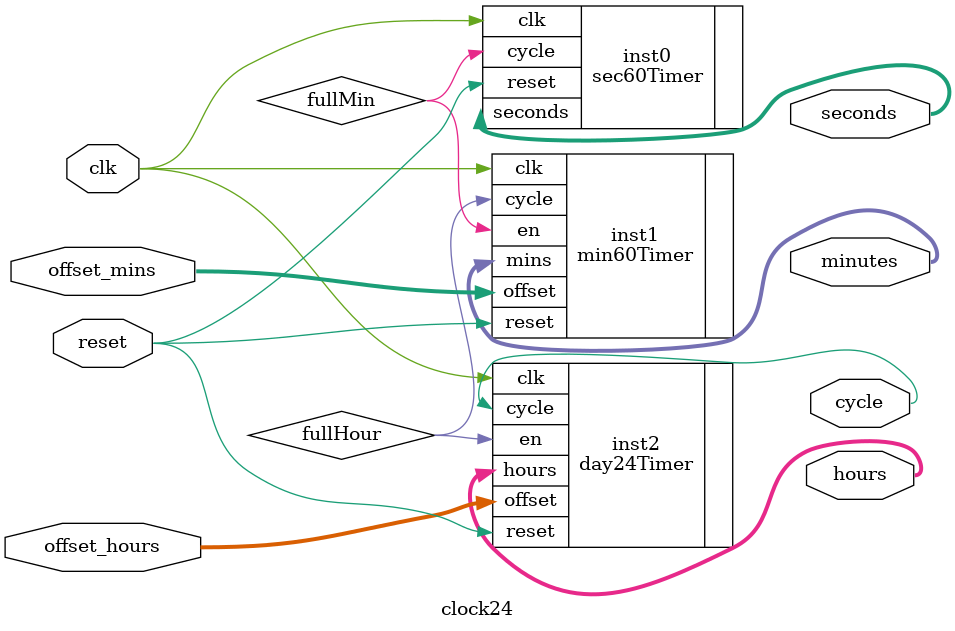
<source format=sv>
`default_nettype none
module clock24 (
	input  logic clk,
	input  logic reset,
	input  logic [4:0] offset_hours,
	input  logic [5:0] offset_mins,
	output logic cycle,
	output logic [6:0] hours,
	output logic [6:0] minutes,
	output logic [6:0] seconds
	);
	logic fullMin;
	logic fullHour;
	sec60Timer inst0(
		.clk(clk),
		.reset(reset),
		.cycle(fullMin),
		.seconds(seconds)
	);
	min60Timer inst1(
		.clk(clk),
		.en(fullMin),
		.reset(reset),
		.offset(offset_mins),
		.cycle(fullHour),
		.mins(minutes)
	);
	day24Timer inst2(
		.clk(clk),
		.en(fullHour),
		.reset(reset),
		.offset(offset_hours),
		.cycle(cycle),
		.hours(hours)
	);
endmodule
</source>
